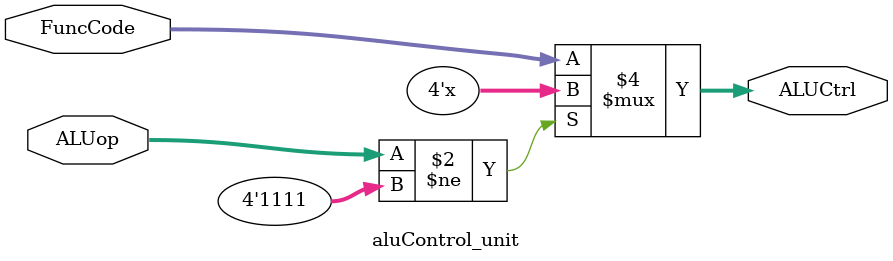
<source format=v>


module aluControl_unit (ALUop, FuncCode, ALUCtrl);
    input [3:0] ALUop;         //controlling the aluControl actions
    input [3:0] FuncCode;      // from instruction
    output[3:0] ALUCtrl;       //the original 4 bit instruction/order that OUR alu expects
    reg [3:0] ALUCtrl;         // so this module works closely with OUR alu
always //@ (ALUCtrl or ALUop or FuncCode)
begin
if(ALUop!=4'b1111)
    begin

        /*
        case(FuncCode)

        6'b100000 :ALUCtrl = `ADD;
        6'b100010 :ALUCtrl = `SUB;
        //6'b100001 :ALUCtrl =  `ADDU;
        //6'b100011 :ALUCtrl =  `SUBU;
        //6'b000000 :ALUCtrl = `NOP;
        endcase
        */
    end
else ALUCtrl = FuncCode;

end
endmodule


</source>
